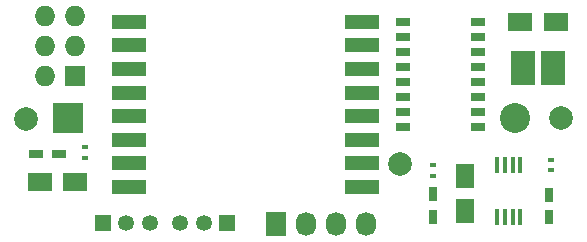
<source format=gts>
G04 #@! TF.GenerationSoftware,KiCad,Pcbnew,no-vcs-found-7657~57~ubuntu16.04.1*
G04 #@! TF.CreationDate,2017-02-15T10:50:58+02:00*
G04 #@! TF.ProjectId,multisensor_cr123,6D756C746973656E736F725F63723132,rev?*
G04 #@! TF.FileFunction,Soldermask,Top*
G04 #@! TF.FilePolarity,Negative*
%FSLAX46Y46*%
G04 Gerber Fmt 4.6, Leading zero omitted, Abs format (unit mm)*
G04 Created by KiCad (PCBNEW no-vcs-found-7657~57~ubuntu16.04.1) date Wed Feb 15 10:50:58 2017*
%MOMM*%
%LPD*%
G01*
G04 APERTURE LIST*
%ADD10C,0.100000*%
%ADD11R,2.000000X3.000000*%
%ADD12C,2.000000*%
%ADD13R,2.540000X2.540000*%
%ADD14C,2.540000*%
%ADD15R,0.600000X0.400000*%
%ADD16R,1.501140X2.148840*%
%ADD17R,0.750000X1.200000*%
%ADD18R,1.200000X0.750000*%
%ADD19R,1.270000X0.760000*%
%ADD20R,0.450000X1.450000*%
%ADD21R,3.000000X1.200000*%
%ADD22C,1.998980*%
%ADD23R,1.727200X1.727200*%
%ADD24O,1.727200X1.727200*%
%ADD25R,2.148840X1.501140*%
%ADD26R,1.350000X1.350000*%
%ADD27C,1.350000*%
%ADD28R,1.727200X2.032000*%
%ADD29O,1.727200X2.032000*%
G04 APERTURE END LIST*
D10*
D11*
X141892500Y-83693000D03*
X144492500Y-83693000D03*
D12*
X145161000Y-87947500D03*
D13*
X103404000Y-87884000D03*
D14*
X141224000Y-87884000D03*
D15*
X104838500Y-91255000D03*
X104838500Y-90355000D03*
D16*
X136969500Y-92796360D03*
X136969500Y-95798640D03*
D17*
X144145000Y-96327000D03*
X144145000Y-94427000D03*
X134302500Y-94366000D03*
X134302500Y-96266000D03*
D18*
X102613500Y-90932000D03*
X100713500Y-90932000D03*
D15*
X134302500Y-92779000D03*
X134302500Y-91879000D03*
X144272000Y-92334500D03*
X144272000Y-91434500D03*
D19*
X138112500Y-79756000D03*
X131762500Y-79756000D03*
X138112500Y-81026000D03*
X131762500Y-81026000D03*
X138112500Y-82296000D03*
X131762500Y-82296000D03*
X138112500Y-83566000D03*
X131762500Y-83566000D03*
X138112500Y-84836000D03*
X131762500Y-84836000D03*
X138112500Y-86106000D03*
X131762500Y-86106000D03*
X138112500Y-87376000D03*
X131762500Y-87376000D03*
X138112500Y-88646000D03*
X131762500Y-88646000D03*
D20*
X139741000Y-96307000D03*
X140391000Y-96307000D03*
X141041000Y-96307000D03*
X141691000Y-96307000D03*
X141691000Y-91907000D03*
X141041000Y-91907000D03*
X140391000Y-91907000D03*
X139741000Y-91907000D03*
D21*
X108582000Y-79756000D03*
X108582000Y-81756000D03*
X108582000Y-83756000D03*
X108582000Y-85756000D03*
X108582000Y-87756000D03*
X108582000Y-89756000D03*
X108582000Y-91756000D03*
X108582000Y-93756000D03*
X128282000Y-93756000D03*
X128282000Y-91756000D03*
X128282000Y-89756000D03*
X128282000Y-87756000D03*
X128282000Y-85756000D03*
X128282000Y-83756000D03*
X128282000Y-81756000D03*
X128282000Y-79756000D03*
D22*
X131508500Y-91821000D03*
D23*
X104013000Y-84328000D03*
D24*
X101473000Y-84328000D03*
X104013000Y-81788000D03*
X101473000Y-81788000D03*
X104013000Y-79248000D03*
X101473000Y-79248000D03*
D25*
X144693640Y-79756000D03*
X141691360Y-79756000D03*
X101010720Y-93345000D03*
X104013000Y-93345000D03*
D26*
X106331000Y-96837500D03*
D27*
X108331000Y-96837500D03*
X110331000Y-96837500D03*
D26*
X116871500Y-96837500D03*
D27*
X114871500Y-96837500D03*
X112871500Y-96837500D03*
D28*
X121031000Y-96901000D03*
D29*
X123571000Y-96901000D03*
X126111000Y-96901000D03*
X128651000Y-96901000D03*
D12*
X99822000Y-88011000D03*
M02*

</source>
